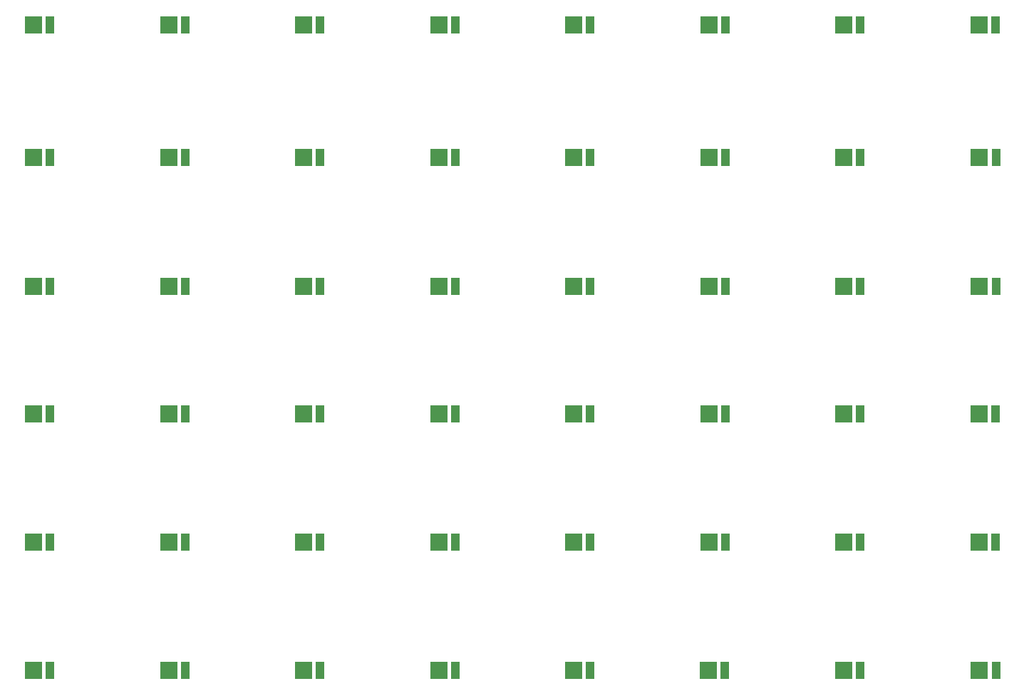
<source format=gbr>
%TF.GenerationSoftware,KiCad,Pcbnew,7.0.9*%
%TF.CreationDate,2023-12-10T21:52:56+01:00*%
%TF.ProjectId,Led Panel,4c656420-5061-46e6-956c-2e6b69636164,rev?*%
%TF.SameCoordinates,Original*%
%TF.FileFunction,Paste,Top*%
%TF.FilePolarity,Positive*%
%FSLAX46Y46*%
G04 Gerber Fmt 4.6, Leading zero omitted, Abs format (unit mm)*
G04 Created by KiCad (PCBNEW 7.0.9) date 2023-12-10 21:52:56*
%MOMM*%
%LPD*%
G01*
G04 APERTURE LIST*
%ADD10R,2.100000X2.100000*%
%ADD11R,1.000000X2.100000*%
G04 APERTURE END LIST*
D10*
%TO.C,LED48*%
X179200000Y-106700000D03*
D11*
X181150000Y-106700000D03*
%TD*%
D10*
%TO.C,LED47*%
X163100000Y-106700000D03*
D11*
X165050000Y-106700000D03*
%TD*%
D10*
%TO.C,LED46*%
X147000000Y-106700000D03*
D11*
X148950000Y-106700000D03*
%TD*%
D10*
%TO.C,LED45*%
X130950000Y-106700000D03*
D11*
X132900000Y-106700000D03*
%TD*%
D10*
%TO.C,LED44*%
X114975000Y-106700000D03*
D11*
X116925000Y-106700000D03*
%TD*%
D10*
%TO.C,LED43*%
X98900000Y-106700000D03*
D11*
X100850000Y-106700000D03*
%TD*%
D10*
%TO.C,LED42*%
X82875000Y-106700000D03*
D11*
X84825000Y-106700000D03*
%TD*%
D10*
%TO.C,LED41*%
X66775000Y-106680000D03*
D11*
X68725000Y-106680000D03*
%TD*%
D10*
%TO.C,LED40*%
X179150000Y-91400000D03*
D11*
X181100000Y-91400000D03*
%TD*%
D10*
%TO.C,LED39*%
X163100000Y-91400000D03*
D11*
X165050000Y-91400000D03*
%TD*%
D10*
%TO.C,LED38*%
X147075000Y-91400000D03*
D11*
X149025000Y-91400000D03*
%TD*%
D10*
%TO.C,LED37*%
X130975000Y-91400000D03*
D11*
X132925000Y-91400000D03*
%TD*%
D10*
%TO.C,LED36*%
X114975000Y-91400000D03*
D11*
X116925000Y-91400000D03*
%TD*%
D10*
%TO.C,LED35*%
X98875000Y-91400000D03*
D11*
X100825000Y-91400000D03*
%TD*%
D10*
%TO.C,LED34*%
X82850000Y-91400000D03*
D11*
X84800000Y-91400000D03*
%TD*%
D10*
%TO.C,LED33*%
X66775000Y-91440000D03*
D11*
X68725000Y-91440000D03*
%TD*%
D10*
%TO.C,LED32*%
X179175000Y-76200000D03*
D11*
X181125000Y-76200000D03*
%TD*%
D10*
%TO.C,LED31*%
X163075000Y-76200000D03*
D11*
X165025000Y-76200000D03*
%TD*%
D10*
%TO.C,LED30*%
X147075000Y-76200000D03*
D11*
X149025000Y-76200000D03*
%TD*%
D10*
%TO.C,LED29*%
X130975000Y-76200000D03*
D11*
X132925000Y-76200000D03*
%TD*%
D10*
%TO.C,LED28*%
X114975000Y-76200000D03*
D11*
X116925000Y-76200000D03*
%TD*%
D10*
%TO.C,LED27*%
X98875000Y-76200000D03*
D11*
X100825000Y-76200000D03*
%TD*%
D10*
%TO.C,LED26*%
X82875000Y-76200000D03*
D11*
X84825000Y-76200000D03*
%TD*%
D10*
%TO.C,LED25*%
X66775000Y-76200000D03*
D11*
X68725000Y-76200000D03*
%TD*%
D10*
%TO.C,LED24*%
X179200000Y-61000000D03*
D11*
X181150000Y-61000000D03*
%TD*%
D10*
%TO.C,LED23*%
X163075000Y-61000000D03*
D11*
X165025000Y-61000000D03*
%TD*%
D10*
%TO.C,LED22*%
X147100000Y-61000000D03*
D11*
X149050000Y-61000000D03*
%TD*%
D10*
%TO.C,LED21*%
X131000000Y-61000000D03*
D11*
X132950000Y-61000000D03*
%TD*%
D10*
%TO.C,LED20*%
X114975000Y-61000000D03*
D11*
X116925000Y-61000000D03*
%TD*%
D10*
%TO.C,LED19*%
X98875000Y-61000000D03*
D11*
X100825000Y-61000000D03*
%TD*%
D10*
%TO.C,LED18*%
X82875000Y-61000000D03*
D11*
X84825000Y-61000000D03*
%TD*%
D10*
%TO.C,LED17*%
X66775000Y-61000000D03*
D11*
X68725000Y-61000000D03*
%TD*%
D10*
%TO.C,LED16*%
X179200000Y-45700000D03*
D11*
X181150000Y-45700000D03*
%TD*%
D10*
%TO.C,LED15*%
X163100000Y-45700000D03*
D11*
X165050000Y-45700000D03*
%TD*%
D10*
%TO.C,LED14*%
X147075000Y-45700000D03*
D11*
X149025000Y-45700000D03*
%TD*%
D10*
%TO.C,LED13*%
X130975000Y-45720000D03*
D11*
X132925000Y-45720000D03*
%TD*%
D10*
%TO.C,LED12*%
X115000000Y-45720000D03*
D11*
X116950000Y-45720000D03*
%TD*%
D10*
%TO.C,LED11*%
X98900000Y-45700000D03*
D11*
X100850000Y-45700000D03*
%TD*%
D10*
%TO.C,LED10*%
X82875000Y-45700000D03*
D11*
X84825000Y-45700000D03*
%TD*%
D10*
%TO.C,LED9*%
X66800000Y-45700000D03*
D11*
X68750000Y-45700000D03*
%TD*%
D10*
%TO.C,LED7*%
X163100000Y-30000000D03*
D11*
X165050000Y-30000000D03*
%TD*%
D10*
%TO.C,LED6*%
X147050000Y-30000000D03*
D11*
X149000000Y-30000000D03*
%TD*%
D10*
%TO.C,LED5*%
X131000000Y-30000000D03*
D11*
X132950000Y-30000000D03*
%TD*%
D10*
%TO.C,LED4*%
X114950000Y-30000000D03*
D11*
X116900000Y-30000000D03*
%TD*%
D10*
%TO.C,LED3*%
X98900000Y-30000000D03*
D11*
X100850000Y-30000000D03*
%TD*%
D10*
%TO.C,LED2*%
X82850000Y-30000000D03*
D11*
X84800000Y-30000000D03*
%TD*%
D10*
%TO.C,LED8*%
X179150000Y-30000000D03*
D11*
X181100000Y-30000000D03*
%TD*%
D10*
%TO.C,LED1*%
X66800000Y-30000000D03*
D11*
X68750000Y-30000000D03*
%TD*%
M02*

</source>
